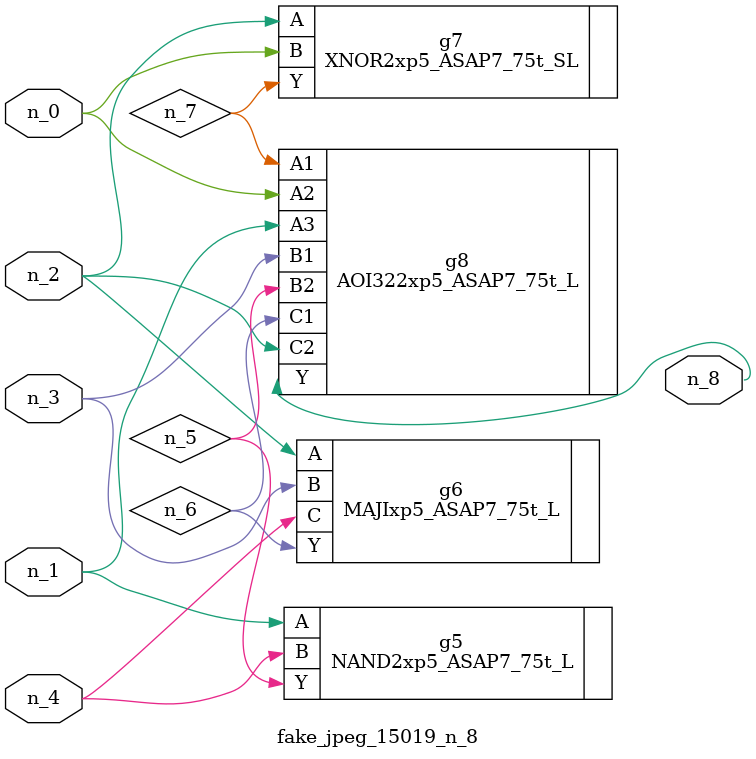
<source format=v>
module fake_jpeg_15019_n_8 (n_3, n_2, n_1, n_0, n_4, n_8);

input n_3;
input n_2;
input n_1;
input n_0;
input n_4;

output n_8;

wire n_6;
wire n_5;
wire n_7;

NAND2xp5_ASAP7_75t_L g5 ( 
.A(n_1),
.B(n_4),
.Y(n_5)
);

MAJIxp5_ASAP7_75t_L g6 ( 
.A(n_2),
.B(n_3),
.C(n_4),
.Y(n_6)
);

XNOR2xp5_ASAP7_75t_SL g7 ( 
.A(n_2),
.B(n_0),
.Y(n_7)
);

AOI322xp5_ASAP7_75t_L g8 ( 
.A1(n_7),
.A2(n_0),
.A3(n_1),
.B1(n_3),
.B2(n_5),
.C1(n_6),
.C2(n_2),
.Y(n_8)
);


endmodule
</source>
